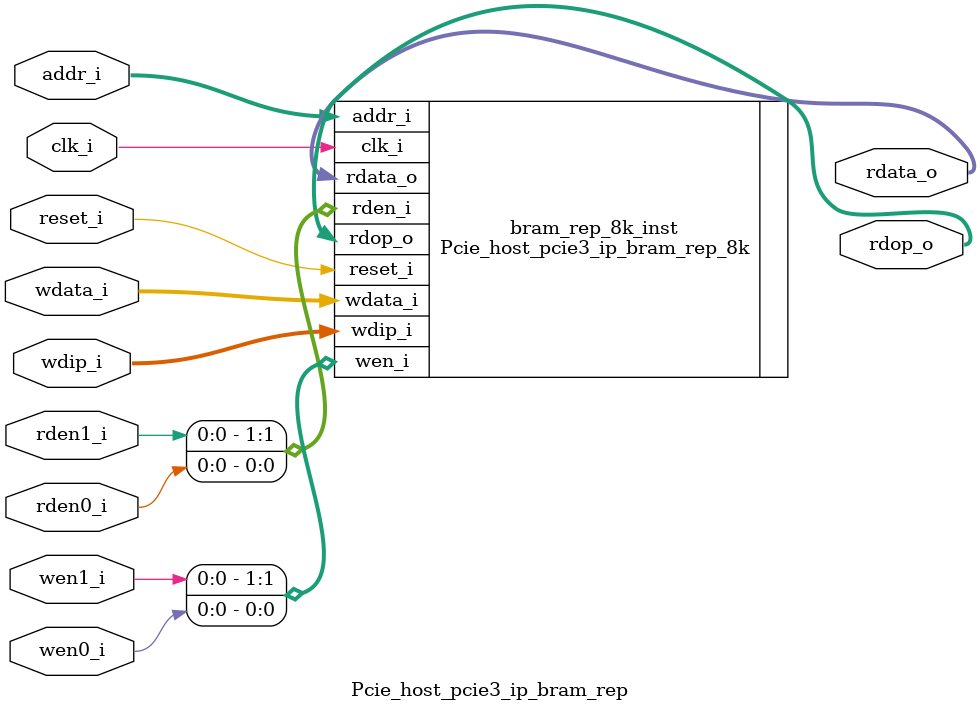
<source format=v>


`timescale 1ps/1ps

module Pcie_host_pcie3_ip_bram_rep 
 #(
  parameter TCQ = 100
  ) (
  input  wire         clk_i,
  input  wire         reset_i,
  input  wire   [8:0] addr_i,
  input  wire [127:0] wdata_i,
  input  wire  [15:0] wdip_i,
  input  wire         wen0_i,
  input  wire         wen1_i,
  input  wire         rden0_i,
  input  wire         rden1_i,
  output wire [127:0] rdata_o,
  output wire  [15:0] rdop_o
  );

  Pcie_host_pcie3_ip_bram_rep_8k 
 #(
    .TCQ (TCQ))
  bram_rep_8k_inst (
    .clk_i (clk_i),
    .reset_i (reset_i),
    .addr_i (addr_i[8:0]),
    .wdata_i (wdata_i[127:0]),
    .wdip_i (wdip_i[15:0]),
    .wen_i ({wen1_i, wen0_i}),
    .rden_i ({rden1_i,rden0_i}),
    .rdata_o (rdata_o[127:0]),
    .rdop_o (rdop_o[15:0])
  );

endmodule

</source>
